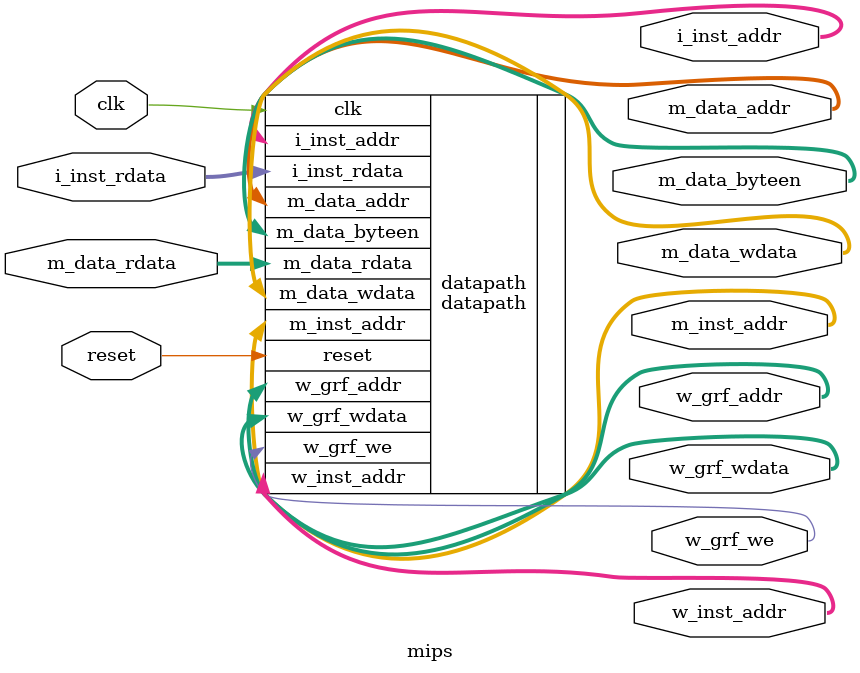
<source format=v>
`timescale 1ns / 1ps
module mips(
    input clk,
    input reset,
	 input [31:0] i_inst_rdata,
	 input [31:0] m_data_rdata,	//I	Êý¾Ý´æ´¢Æ÷´æ´¢µÄÏàÓ¦Êý¾Ý
	 output [31:0] i_inst_addr, //IF¼¶µØÖ·
	 output [31:0] m_data_addr,	 //O ´ýÐ´Èë/¶Á³öµÄÊý¾Ý´æ´¢Æ÷ÏàÓ¦µØÖ·
    output [31:0] m_data_wdata,	//O	´ýÐ´ÈëÊý¾Ý´æ´¢Æ÷ÏàÓ¦Êý¾Ý
	 output [3:0] m_data_byteen,	//O	ËÄÎ»×Ö½ÚÊ¹ÄÜ
	 output [31:0] m_inst_addr,	//O	M ¼¶ PC

    output w_grf_we, //GRFÊý¾Ý
    output [4:0] w_grf_addr,
    output [31:0] w_grf_wdata,
    output [31:0] w_inst_addr 
);
 
	datapath datapath(
	.clk(clk), 
	.reset(reset), 
	.i_inst_addr(i_inst_addr), 
	.m_data_rdata(m_data_rdata),
	.i_inst_rdata(i_inst_rdata),
	.m_data_addr(m_data_addr),
	.m_data_wdata(m_data_wdata),
	.m_data_byteen(m_data_byteen),
	.m_inst_addr(m_inst_addr),
	.w_grf_we(w_grf_we),
	.w_grf_addr(w_grf_addr),
	.w_grf_wdata(w_grf_wdata),
	.w_inst_addr(w_inst_addr)
	); // Á¬½ÓÊý¾ÝÍ¨Â· ×ÓÄ£¿éÁ´½Ó
endmodule

</source>
